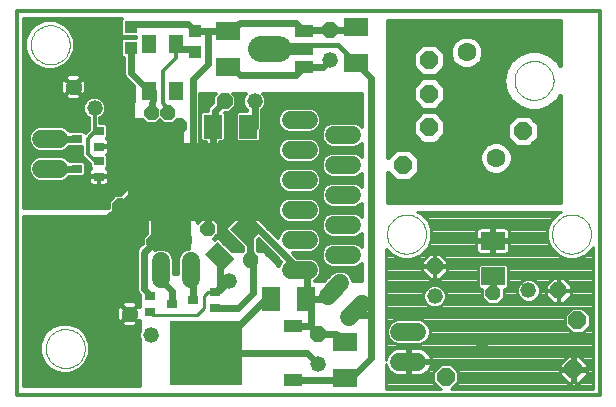
<source format=gbl>
G75*
%MOIN*%
%OFA0B0*%
%FSLAX24Y24*%
%IPPOS*%
%LPD*%
%AMOC8*
5,1,8,0,0,1.08239X$1,22.5*
%
%ADD10C,0.0125*%
%ADD11R,0.4500X0.2625*%
%ADD12R,0.0591X0.0787*%
%ADD13R,0.0354X0.0276*%
%ADD14R,0.0425X0.0413*%
%ADD15R,0.2441X0.2126*%
%ADD16R,0.0630X0.0394*%
%ADD17R,0.0591X0.0394*%
%ADD18R,0.0787X0.0394*%
%ADD19C,0.0866*%
%ADD20R,0.0787X0.0591*%
%ADD21R,0.0400X0.0400*%
%ADD22C,0.0104*%
%ADD23C,0.0520*%
%ADD24OC8,0.0520*%
%ADD25C,0.0600*%
%ADD26R,0.0512X0.0630*%
%ADD27C,0.0000*%
%ADD28OC8,0.0630*%
%ADD29C,0.0630*%
%ADD30C,0.0126*%
%ADD31OC8,0.0600*%
%ADD32C,0.0110*%
%ADD33C,0.0240*%
%ADD34OC8,0.0500*%
%ADD35C,0.0160*%
%ADD36R,0.0500X0.0500*%
D10*
X000653Y001298D02*
X000653Y014098D01*
X020088Y014098D01*
X020088Y001298D01*
X000653Y001298D01*
X000903Y001598D02*
X000903Y007248D01*
X003653Y007248D01*
X003760Y007350D01*
X003792Y007350D01*
X003900Y007459D01*
X004290Y007848D01*
X004998Y007848D01*
X004998Y006682D01*
X004868Y006552D01*
X004868Y006368D01*
X004697Y006198D01*
X004660Y006109D01*
X004660Y004800D01*
X004697Y004711D01*
X004778Y004630D01*
X004778Y004258D01*
X004735Y004300D01*
X004449Y004014D01*
X004424Y004039D01*
X004400Y004014D01*
X004424Y003989D01*
X004138Y003703D01*
X004249Y003592D01*
X004599Y003592D01*
X004711Y003703D01*
X004424Y003989D01*
X004449Y004014D01*
X004735Y003728D01*
X004778Y003770D01*
X004778Y003453D01*
X004749Y003383D01*
X004749Y003231D01*
X004778Y003161D01*
X004778Y001598D01*
X000903Y001598D01*
X000903Y001668D02*
X004778Y001668D01*
X004778Y001792D02*
X000903Y001792D01*
X000903Y001915D02*
X004778Y001915D01*
X004778Y002039D02*
X002470Y002039D01*
X002443Y002028D02*
X002749Y002155D01*
X002749Y002155D01*
X002984Y002389D01*
X003110Y002695D01*
X003110Y003026D01*
X002984Y003332D01*
X002749Y003566D01*
X002443Y003693D01*
X002112Y003693D01*
X001806Y003566D01*
X001572Y003332D01*
X001445Y003026D01*
X001445Y002695D01*
X001572Y002389D01*
X001572Y002389D01*
X001806Y002155D01*
X002112Y002028D01*
X002320Y002028D01*
X002443Y002028D01*
X002443Y002028D01*
X002757Y002162D02*
X004778Y002162D01*
X004778Y002286D02*
X002881Y002286D01*
X002984Y002389D02*
X002984Y002389D01*
X002992Y002409D02*
X004778Y002409D01*
X004778Y002533D02*
X003043Y002533D01*
X003094Y002656D02*
X004778Y002656D01*
X004778Y002780D02*
X003110Y002780D01*
X003110Y002903D02*
X004778Y002903D01*
X004778Y003027D02*
X003110Y003027D01*
X003059Y003150D02*
X004778Y003150D01*
X004749Y003274D02*
X003008Y003274D01*
X002984Y003332D02*
X002984Y003332D01*
X002918Y003397D02*
X004755Y003397D01*
X004778Y003521D02*
X002795Y003521D01*
X002749Y003566D02*
X002749Y003566D01*
X002561Y003644D02*
X004196Y003644D01*
X004113Y003728D02*
X004002Y003839D01*
X004002Y004189D01*
X004113Y004300D01*
X004400Y004014D01*
X004113Y003728D01*
X004073Y003768D02*
X000903Y003768D01*
X000903Y003891D02*
X004002Y003891D01*
X004002Y004015D02*
X000903Y004015D01*
X000903Y004138D02*
X004002Y004138D01*
X004075Y004262D02*
X000903Y004262D01*
X000903Y004385D02*
X004198Y004385D01*
X004249Y004437D02*
X004138Y004325D01*
X004424Y004039D01*
X004711Y004325D01*
X004599Y004437D01*
X004249Y004437D01*
X004201Y004262D02*
X004152Y004262D01*
X004275Y004138D02*
X004325Y004138D01*
X004399Y004015D02*
X004401Y004015D01*
X004448Y004015D02*
X004450Y004015D01*
X004522Y003891D02*
X004572Y003891D01*
X004646Y003768D02*
X004695Y003768D01*
X004776Y003768D02*
X004778Y003768D01*
X004778Y003644D02*
X004652Y003644D01*
X004327Y003891D02*
X004277Y003891D01*
X004203Y003768D02*
X004154Y003768D01*
X004524Y004138D02*
X004574Y004138D01*
X004648Y004262D02*
X004697Y004262D01*
X004774Y004262D02*
X004778Y004262D01*
X004778Y004385D02*
X004650Y004385D01*
X004778Y004509D02*
X000903Y004509D01*
X000903Y004632D02*
X004775Y004632D01*
X004679Y004756D02*
X000903Y004756D01*
X000903Y004879D02*
X004660Y004879D01*
X004660Y005003D02*
X000903Y005003D01*
X000903Y005126D02*
X004660Y005126D01*
X004660Y005250D02*
X000903Y005250D01*
X000903Y005373D02*
X004660Y005373D01*
X004660Y005497D02*
X000903Y005497D01*
X000903Y005620D02*
X004660Y005620D01*
X004660Y005744D02*
X000903Y005744D01*
X000903Y005867D02*
X004660Y005867D01*
X004660Y005991D02*
X000903Y005991D01*
X000903Y006114D02*
X004663Y006114D01*
X004737Y006238D02*
X000903Y006238D01*
X000903Y006361D02*
X004861Y006361D01*
X004868Y006485D02*
X000903Y006485D01*
X000903Y006608D02*
X004924Y006608D01*
X004998Y006732D02*
X000903Y006732D01*
X000903Y006855D02*
X004998Y006855D01*
X004998Y006979D02*
X000903Y006979D01*
X000903Y007102D02*
X004998Y007102D01*
X004998Y007226D02*
X000903Y007226D01*
X000903Y007535D02*
X000903Y013848D01*
X004153Y013848D01*
X004130Y013825D01*
X004130Y013310D01*
X004202Y013238D01*
X004630Y013238D01*
X004629Y013208D01*
X004202Y013208D01*
X004130Y013136D01*
X004130Y012621D01*
X004202Y012549D01*
X004223Y012549D01*
X004223Y011997D01*
X004260Y011908D01*
X004570Y011598D01*
X004528Y010473D01*
X004876Y010473D01*
X004999Y010350D01*
X005307Y010350D01*
X005430Y010473D01*
X005439Y010473D01*
X005561Y010350D01*
X005870Y010350D01*
X005992Y010473D01*
X006090Y010473D01*
X006090Y009192D01*
X006078Y009199D01*
X006037Y009210D01*
X005853Y009210D01*
X005853Y009170D01*
X005838Y009170D01*
X005838Y009411D01*
X005766Y009483D01*
X005165Y009483D01*
X005093Y009411D01*
X005093Y008810D01*
X005165Y008738D01*
X005362Y008738D01*
X005215Y008590D01*
X004792Y008590D01*
X004703Y008554D01*
X004120Y007970D01*
X003936Y007970D01*
X003718Y007752D01*
X003718Y007538D01*
X003715Y007535D01*
X000903Y007535D01*
X000903Y007596D02*
X003718Y007596D01*
X003718Y007720D02*
X000903Y007720D01*
X000903Y007843D02*
X003809Y007843D01*
X003933Y007967D02*
X000903Y007967D01*
X000903Y008090D02*
X004240Y008090D01*
X004363Y008214D02*
X000903Y008214D01*
X000903Y008337D02*
X003112Y008337D01*
X003125Y008324D02*
X003162Y008303D01*
X003203Y008292D01*
X003396Y008292D01*
X003396Y008586D01*
X003408Y008586D01*
X003408Y008598D01*
X003742Y008598D01*
X003742Y008751D01*
X003730Y008793D01*
X003709Y008830D01*
X003679Y008860D01*
X003658Y008872D01*
X003702Y008915D01*
X003702Y009292D01*
X003673Y009321D01*
X003679Y009324D01*
X003709Y009354D01*
X003730Y009392D01*
X003742Y009433D01*
X003742Y009586D01*
X003408Y009586D01*
X003408Y009598D01*
X003742Y009598D01*
X003742Y009751D01*
X003730Y009793D01*
X003709Y009830D01*
X003679Y009860D01*
X003658Y009872D01*
X003702Y009915D01*
X003702Y010292D01*
X003630Y010364D01*
X003441Y010364D01*
X003441Y010532D01*
X003473Y010545D01*
X003581Y010653D01*
X003639Y010793D01*
X003639Y010945D01*
X003581Y011086D01*
X003473Y011194D01*
X003333Y011252D01*
X003180Y011252D01*
X003040Y011194D01*
X002932Y011086D01*
X002874Y010945D01*
X002874Y010793D01*
X002932Y010653D01*
X003040Y010545D01*
X003071Y010532D01*
X003071Y010153D01*
X002954Y010035D01*
X002954Y010036D01*
X002882Y010108D01*
X002426Y010108D01*
X002421Y010103D01*
X002317Y010206D01*
X002162Y010270D01*
X001394Y010270D01*
X001239Y010206D01*
X001120Y010087D01*
X001055Y009932D01*
X001055Y009764D01*
X001120Y009609D01*
X001239Y009490D01*
X001394Y009425D01*
X002162Y009425D01*
X002317Y009490D01*
X002421Y009593D01*
X002426Y009588D01*
X002843Y009588D01*
X002843Y009271D01*
X002951Y009163D01*
X003102Y009012D01*
X003102Y008915D01*
X003146Y008872D01*
X003125Y008860D01*
X003095Y008830D01*
X003073Y008793D01*
X003062Y008751D01*
X003062Y008598D01*
X003395Y008598D01*
X003395Y008586D01*
X003062Y008586D01*
X003062Y008433D01*
X003073Y008392D01*
X003095Y008354D01*
X003125Y008324D01*
X003062Y008461D02*
X002248Y008461D01*
X002317Y008490D02*
X002421Y008593D01*
X002426Y008588D01*
X002882Y008588D01*
X002954Y008659D01*
X002954Y009036D01*
X002882Y009108D01*
X002426Y009108D01*
X002421Y009103D01*
X002317Y009206D01*
X002162Y009270D01*
X001394Y009270D01*
X001239Y009206D01*
X001120Y009087D01*
X001055Y008932D01*
X001055Y008764D01*
X001120Y008609D01*
X001239Y008490D01*
X001394Y008425D01*
X002162Y008425D01*
X002317Y008490D01*
X002412Y008584D02*
X003062Y008584D01*
X003062Y008708D02*
X002954Y008708D01*
X002954Y008831D02*
X003097Y008831D01*
X003102Y008955D02*
X002954Y008955D01*
X002912Y009078D02*
X003036Y009078D01*
X002912Y009202D02*
X002321Y009202D01*
X002219Y009449D02*
X002843Y009449D01*
X002843Y009572D02*
X002400Y009572D01*
X002653Y009348D02*
X001028Y009348D01*
X000903Y009325D02*
X002843Y009325D01*
X003028Y009348D02*
X003028Y009848D01*
X003284Y010104D01*
X003402Y010104D01*
X003256Y010104D01*
X003256Y010869D01*
X003594Y010684D02*
X004536Y010684D01*
X004540Y010807D02*
X003639Y010807D01*
X003639Y010931D02*
X004545Y010931D01*
X004549Y011054D02*
X003594Y011054D01*
X003489Y011178D02*
X004554Y011178D01*
X004559Y011301D02*
X002872Y011301D01*
X002860Y011290D02*
X002972Y011401D01*
X002972Y011752D01*
X002860Y011863D01*
X002574Y011577D01*
X002549Y011601D01*
X002525Y011577D01*
X002238Y011863D01*
X002127Y011752D01*
X002127Y011401D01*
X002238Y011290D01*
X002525Y011577D01*
X002549Y011552D01*
X002263Y011265D01*
X002374Y011154D01*
X002724Y011154D01*
X002836Y011265D01*
X002549Y011552D01*
X002574Y011577D01*
X002860Y011290D01*
X002849Y011301D02*
X002800Y011301D01*
X002748Y011178D02*
X003024Y011178D01*
X002919Y011054D02*
X000903Y011054D01*
X000903Y010931D02*
X002874Y010931D01*
X002874Y010807D02*
X000903Y010807D01*
X000903Y010684D02*
X002919Y010684D01*
X003024Y010560D02*
X000903Y010560D01*
X000903Y010437D02*
X003071Y010437D01*
X003071Y010313D02*
X000903Y010313D01*
X000903Y010190D02*
X001222Y010190D01*
X001111Y010066D02*
X000903Y010066D01*
X000903Y009943D02*
X001060Y009943D01*
X001055Y009819D02*
X000903Y009819D01*
X000903Y009696D02*
X001084Y009696D01*
X001156Y009572D02*
X000903Y009572D01*
X000903Y009449D02*
X001337Y009449D01*
X001234Y009202D02*
X000903Y009202D01*
X000903Y009078D02*
X001116Y009078D01*
X001065Y008955D02*
X000903Y008955D01*
X000903Y008831D02*
X001055Y008831D01*
X001079Y008708D02*
X000903Y008708D01*
X000903Y008584D02*
X001144Y008584D01*
X001308Y008461D02*
X000903Y008461D01*
X003028Y009348D02*
X003272Y009104D01*
X003402Y009104D01*
X003702Y009078D02*
X005093Y009078D01*
X005093Y008955D02*
X003702Y008955D01*
X003707Y008831D02*
X005093Y008831D01*
X005332Y008708D02*
X003742Y008708D01*
X003742Y008586D02*
X003408Y008586D01*
X003408Y008292D01*
X003600Y008292D01*
X003642Y008303D01*
X003679Y008324D01*
X003709Y008354D01*
X003730Y008392D01*
X003742Y008433D01*
X003742Y008586D01*
X003742Y008584D02*
X004778Y008584D01*
X004610Y008461D02*
X003742Y008461D01*
X003692Y008337D02*
X004487Y008337D01*
X004285Y007843D02*
X004998Y007843D01*
X004998Y007720D02*
X004162Y007720D01*
X004038Y007596D02*
X004998Y007596D01*
X004998Y007473D02*
X003915Y007473D01*
X003759Y007349D02*
X004998Y007349D01*
X005278Y007349D02*
X006403Y007349D01*
X006403Y007226D02*
X005278Y007226D01*
X005278Y007102D02*
X006403Y007102D01*
X006403Y006979D02*
X005278Y006979D01*
X005278Y006855D02*
X006403Y006855D01*
X006403Y006732D02*
X005278Y006732D01*
X005278Y006608D02*
X006403Y006608D01*
X006403Y006485D02*
X005278Y006485D01*
X005278Y006361D02*
X006403Y006361D01*
X006403Y006238D02*
X005278Y006238D01*
X005278Y006153D02*
X005278Y007738D01*
X005766Y007738D01*
X005838Y007810D01*
X005838Y008025D01*
X006066Y008025D01*
X006079Y008038D01*
X006093Y008038D01*
X006093Y007810D01*
X006165Y007738D01*
X006403Y007738D01*
X006403Y006195D01*
X006381Y006195D01*
X006226Y006131D01*
X006107Y006012D01*
X006043Y005857D01*
X006043Y005348D01*
X005888Y005348D01*
X005888Y005857D01*
X005824Y006012D01*
X005705Y006131D01*
X005549Y006195D01*
X005381Y006195D01*
X005278Y006153D01*
X005721Y006114D02*
X006209Y006114D01*
X006098Y005991D02*
X005832Y005991D01*
X005884Y005867D02*
X006047Y005867D01*
X006043Y005744D02*
X005888Y005744D01*
X005888Y005620D02*
X006043Y005620D01*
X006043Y005497D02*
X005888Y005497D01*
X005888Y005373D02*
X006043Y005373D01*
X007229Y006522D02*
X007257Y006494D01*
X007302Y006540D01*
X007404Y006540D01*
X007846Y006098D01*
X008174Y006098D01*
X008201Y006125D01*
X008201Y006231D01*
X007648Y006784D01*
X007648Y006886D01*
X007991Y007229D01*
X007270Y007950D01*
X007270Y007132D01*
X007400Y007002D01*
X007400Y006694D01*
X007229Y006522D01*
X007315Y006608D02*
X007824Y006608D01*
X007948Y006485D02*
X007459Y006485D01*
X007583Y006361D02*
X008071Y006361D01*
X008195Y006238D02*
X007706Y006238D01*
X007830Y006114D02*
X008191Y006114D01*
X008686Y006125D02*
X008686Y006464D01*
X008721Y006499D01*
X009470Y005750D01*
X009432Y005712D01*
X009390Y005611D01*
X008903Y006098D01*
X008713Y006098D01*
X008686Y006125D01*
X008697Y006114D02*
X009106Y006114D01*
X009010Y005991D02*
X009229Y005991D01*
X009133Y005867D02*
X009353Y005867D01*
X009257Y005744D02*
X009464Y005744D01*
X009394Y005620D02*
X009380Y005620D01*
X009856Y006050D02*
X010474Y006050D01*
X010630Y006115D01*
X010749Y006234D01*
X010813Y006389D01*
X010813Y006557D01*
X010749Y006712D01*
X010630Y006831D01*
X010474Y006895D01*
X009706Y006895D01*
X009551Y006831D01*
X009432Y006712D01*
X009368Y006557D01*
X009368Y006538D01*
X007442Y008464D01*
X007442Y009732D01*
X007546Y009732D01*
X007618Y009804D01*
X007618Y010692D01*
X007595Y010715D01*
X007749Y010715D01*
X007973Y010940D01*
X007973Y011256D01*
X007881Y011348D01*
X008299Y011348D01*
X008266Y011315D01*
X008208Y011174D01*
X008208Y011022D01*
X008266Y010881D01*
X008348Y010800D01*
X008348Y010764D01*
X008035Y010764D01*
X007963Y010692D01*
X007963Y009804D01*
X008035Y009732D01*
X008727Y009732D01*
X008799Y009804D01*
X008799Y010117D01*
X008833Y010200D01*
X008833Y010800D01*
X008915Y010881D01*
X008973Y011022D01*
X008973Y011174D01*
X008915Y011315D01*
X008881Y011348D01*
X012153Y011348D01*
X012153Y010258D01*
X012080Y010331D01*
X011924Y010395D01*
X011156Y010395D01*
X011001Y010331D01*
X010882Y010212D01*
X010818Y010057D01*
X010818Y009889D01*
X010882Y009734D01*
X011001Y009615D01*
X011156Y009550D01*
X011924Y009550D01*
X012080Y009615D01*
X012153Y009688D01*
X012153Y009258D01*
X012080Y009331D01*
X011924Y009395D01*
X011156Y009395D01*
X011001Y009331D01*
X010882Y009212D01*
X010818Y009057D01*
X010818Y008889D01*
X010882Y008734D01*
X011001Y008615D01*
X011156Y008550D01*
X011924Y008550D01*
X012080Y008615D01*
X012153Y008688D01*
X012153Y008258D01*
X012080Y008331D01*
X011924Y008395D01*
X011156Y008395D01*
X011001Y008331D01*
X010882Y008212D01*
X010818Y008057D01*
X010818Y007889D01*
X010882Y007734D01*
X011001Y007615D01*
X011156Y007550D01*
X011924Y007550D01*
X012080Y007615D01*
X012153Y007688D01*
X012153Y007258D01*
X012080Y007331D01*
X011924Y007395D01*
X011156Y007395D01*
X011001Y007331D01*
X010882Y007212D01*
X010818Y007057D01*
X010818Y006889D01*
X010882Y006734D01*
X011001Y006615D01*
X011156Y006550D01*
X011924Y006550D01*
X012080Y006615D01*
X012153Y006688D01*
X012153Y006258D01*
X012080Y006331D01*
X011924Y006395D01*
X011156Y006395D01*
X011001Y006331D01*
X010882Y006212D01*
X010818Y006057D01*
X010818Y005889D01*
X010882Y005734D01*
X011001Y005615D01*
X011156Y005550D01*
X011924Y005550D01*
X012080Y005615D01*
X012153Y005688D01*
X012153Y005098D01*
X011871Y005098D01*
X011871Y005123D01*
X011807Y005278D01*
X011688Y005397D01*
X011533Y005461D01*
X011365Y005461D01*
X011210Y005397D01*
X010911Y005098D01*
X010589Y005098D01*
X010630Y005115D01*
X010749Y005234D01*
X010813Y005389D01*
X010813Y005557D01*
X010749Y005712D01*
X010630Y005831D01*
X010474Y005895D01*
X010011Y005895D01*
X009856Y006050D01*
X009915Y005991D02*
X010818Y005991D01*
X010827Y005867D02*
X010542Y005867D01*
X010717Y005744D02*
X010878Y005744D01*
X010787Y005620D02*
X010995Y005620D01*
X010813Y005497D02*
X012153Y005497D01*
X012153Y005620D02*
X012085Y005620D01*
X012153Y005373D02*
X011712Y005373D01*
X011819Y005250D02*
X012153Y005250D01*
X012153Y005126D02*
X011870Y005126D01*
X011186Y005373D02*
X010806Y005373D01*
X010755Y005250D02*
X011063Y005250D01*
X010939Y005126D02*
X010641Y005126D01*
X010629Y006114D02*
X010842Y006114D01*
X010908Y006238D02*
X010750Y006238D01*
X010802Y006361D02*
X011074Y006361D01*
X011016Y006608D02*
X010792Y006608D01*
X010813Y006485D02*
X012153Y006485D01*
X012153Y006608D02*
X012064Y006608D01*
X012006Y006361D02*
X012153Y006361D01*
X012153Y007349D02*
X012035Y007349D01*
X012153Y007473D02*
X010813Y007473D01*
X010813Y007557D02*
X010749Y007712D01*
X010630Y007831D01*
X010474Y007895D01*
X009706Y007895D01*
X009551Y007831D01*
X009432Y007712D01*
X009368Y007557D01*
X009368Y007389D01*
X009432Y007234D01*
X009551Y007115D01*
X009706Y007050D01*
X010474Y007050D01*
X010630Y007115D01*
X010749Y007234D01*
X010813Y007389D01*
X010813Y007557D01*
X010797Y007596D02*
X011045Y007596D01*
X010896Y007720D02*
X010741Y007720D01*
X010837Y007843D02*
X010600Y007843D01*
X010474Y008050D02*
X010630Y008115D01*
X010749Y008234D01*
X010813Y008389D01*
X010813Y008557D01*
X010749Y008712D01*
X010630Y008831D01*
X010474Y008895D01*
X009706Y008895D01*
X009551Y008831D01*
X009432Y008712D01*
X009368Y008557D01*
X009368Y008389D01*
X009432Y008234D01*
X009551Y008115D01*
X009706Y008050D01*
X010474Y008050D01*
X010571Y008090D02*
X010832Y008090D01*
X010818Y007967D02*
X007939Y007967D01*
X007816Y008090D02*
X009610Y008090D01*
X009452Y008214D02*
X007692Y008214D01*
X007569Y008337D02*
X009389Y008337D01*
X009368Y008461D02*
X007445Y008461D01*
X007442Y008584D02*
X009379Y008584D01*
X009430Y008708D02*
X007442Y008708D01*
X007442Y008831D02*
X009552Y008831D01*
X009639Y009078D02*
X007442Y009078D01*
X007442Y008955D02*
X010818Y008955D01*
X010827Y009078D02*
X010542Y009078D01*
X010474Y009050D02*
X010630Y009115D01*
X010749Y009234D01*
X010813Y009389D01*
X010813Y009557D01*
X010749Y009712D01*
X010630Y009831D01*
X010474Y009895D01*
X009706Y009895D01*
X009551Y009831D01*
X009432Y009712D01*
X009368Y009557D01*
X009368Y009389D01*
X009432Y009234D01*
X009551Y009115D01*
X009706Y009050D01*
X010474Y009050D01*
X010717Y009202D02*
X010878Y009202D01*
X010787Y009325D02*
X010995Y009325D01*
X010813Y009449D02*
X012153Y009449D01*
X012153Y009572D02*
X011978Y009572D01*
X012085Y009325D02*
X012153Y009325D01*
X012153Y008584D02*
X012007Y008584D01*
X012153Y008461D02*
X010813Y008461D01*
X010802Y008584D02*
X011074Y008584D01*
X010908Y008708D02*
X010750Y008708D01*
X010842Y008831D02*
X010629Y008831D01*
X010792Y008337D02*
X011016Y008337D01*
X010884Y008214D02*
X010729Y008214D01*
X010797Y007349D02*
X011045Y007349D01*
X010896Y007226D02*
X010741Y007226D01*
X010837Y007102D02*
X010600Y007102D01*
X010571Y006855D02*
X010832Y006855D01*
X010818Y006979D02*
X008927Y006979D01*
X008804Y007102D02*
X009581Y007102D01*
X009440Y007226D02*
X008680Y007226D01*
X008557Y007349D02*
X009384Y007349D01*
X009368Y007473D02*
X008433Y007473D01*
X008310Y007596D02*
X009384Y007596D01*
X009440Y007720D02*
X008186Y007720D01*
X008063Y007843D02*
X009581Y007843D01*
X009610Y006855D02*
X009051Y006855D01*
X009174Y006732D02*
X009452Y006732D01*
X009389Y006608D02*
X009298Y006608D01*
X008982Y006238D02*
X008686Y006238D01*
X008686Y006361D02*
X008859Y006361D01*
X008735Y006485D02*
X008707Y006485D01*
X007865Y007102D02*
X007300Y007102D01*
X007270Y007226D02*
X007988Y007226D01*
X007871Y007349D02*
X007270Y007349D01*
X007270Y007473D02*
X007747Y007473D01*
X007624Y007596D02*
X007270Y007596D01*
X007270Y007720D02*
X007500Y007720D01*
X007377Y007843D02*
X007270Y007843D01*
X006785Y007757D02*
X006785Y007132D01*
X006702Y007049D01*
X006653Y007098D01*
X006653Y007738D01*
X006766Y007738D01*
X006785Y007757D01*
X006785Y007720D02*
X006653Y007720D01*
X006653Y007596D02*
X006785Y007596D01*
X006785Y007473D02*
X006653Y007473D01*
X006653Y007349D02*
X006785Y007349D01*
X006785Y007226D02*
X006653Y007226D01*
X006653Y007102D02*
X006756Y007102D01*
X006403Y007473D02*
X005278Y007473D01*
X005278Y007596D02*
X006403Y007596D01*
X006403Y007720D02*
X005278Y007720D01*
X005838Y007843D02*
X006093Y007843D01*
X006093Y007967D02*
X005838Y007967D01*
X006653Y008590D02*
X006957Y008590D01*
X006957Y009732D01*
X006854Y009732D01*
X006782Y009804D01*
X006782Y010692D01*
X006854Y010764D01*
X007035Y010764D01*
X007035Y010834D01*
X007072Y010923D01*
X007141Y010991D01*
X007208Y011058D01*
X007208Y011256D01*
X007299Y011348D01*
X006770Y011348D01*
X006770Y009479D01*
X006838Y009411D01*
X006838Y009006D01*
X006858Y008985D01*
X006895Y008896D01*
X006895Y008800D01*
X006858Y008711D01*
X006790Y008642D01*
X006701Y008605D01*
X006666Y008605D01*
X006653Y008593D01*
X006653Y008590D01*
X006856Y008708D02*
X006957Y008708D01*
X006957Y008831D02*
X006895Y008831D01*
X006871Y008955D02*
X006957Y008955D01*
X006957Y009078D02*
X006838Y009078D01*
X006838Y009202D02*
X006957Y009202D01*
X006957Y009325D02*
X006838Y009325D01*
X006800Y009449D02*
X006957Y009449D01*
X006957Y009572D02*
X006770Y009572D01*
X006770Y009696D02*
X006957Y009696D01*
X006782Y009819D02*
X006770Y009819D01*
X006770Y009943D02*
X006782Y009943D01*
X006770Y010066D02*
X006782Y010066D01*
X006770Y010190D02*
X006782Y010190D01*
X006770Y010313D02*
X006782Y010313D01*
X006770Y010437D02*
X006782Y010437D01*
X006770Y010560D02*
X006782Y010560D01*
X006770Y010684D02*
X006782Y010684D01*
X006770Y010807D02*
X007035Y010807D01*
X007080Y010931D02*
X006770Y010931D01*
X006770Y011054D02*
X007204Y011054D01*
X007208Y011178D02*
X006770Y011178D01*
X006770Y011301D02*
X007253Y011301D01*
X007928Y011301D02*
X008261Y011301D01*
X008210Y011178D02*
X007973Y011178D01*
X007973Y011054D02*
X008208Y011054D01*
X008246Y010931D02*
X007964Y010931D01*
X007841Y010807D02*
X008340Y010807D01*
X007963Y010684D02*
X007618Y010684D01*
X007618Y010560D02*
X007963Y010560D01*
X007963Y010437D02*
X007618Y010437D01*
X007618Y010313D02*
X007963Y010313D01*
X007963Y010190D02*
X007618Y010190D01*
X007618Y010066D02*
X007963Y010066D01*
X007963Y009943D02*
X007618Y009943D01*
X007618Y009819D02*
X007963Y009819D01*
X007442Y009696D02*
X009425Y009696D01*
X009374Y009572D02*
X007442Y009572D01*
X007442Y009449D02*
X009368Y009449D01*
X009394Y009325D02*
X007442Y009325D01*
X007442Y009202D02*
X009464Y009202D01*
X009539Y009819D02*
X008799Y009819D01*
X008799Y009943D02*
X010818Y009943D01*
X010822Y010066D02*
X010513Y010066D01*
X010474Y010050D02*
X010630Y010115D01*
X010749Y010234D01*
X010813Y010389D01*
X010813Y010557D01*
X010749Y010712D01*
X010630Y010831D01*
X010474Y010895D01*
X009706Y010895D01*
X009551Y010831D01*
X009432Y010712D01*
X009368Y010557D01*
X009368Y010389D01*
X009432Y010234D01*
X009551Y010115D01*
X009706Y010050D01*
X010474Y010050D01*
X010705Y010190D02*
X010873Y010190D01*
X010782Y010313D02*
X010983Y010313D01*
X010813Y010437D02*
X012153Y010437D01*
X012153Y010560D02*
X010811Y010560D01*
X010760Y010684D02*
X012153Y010684D01*
X012153Y010807D02*
X010653Y010807D01*
X009527Y010807D02*
X008841Y010807D01*
X008833Y010684D02*
X009420Y010684D01*
X009369Y010560D02*
X008833Y010560D01*
X008833Y010437D02*
X009368Y010437D01*
X009399Y010313D02*
X008833Y010313D01*
X008829Y010190D02*
X009476Y010190D01*
X009668Y010066D02*
X008799Y010066D01*
X008935Y010931D02*
X012153Y010931D01*
X012153Y011054D02*
X008973Y011054D01*
X008971Y011178D02*
X012153Y011178D01*
X012153Y011301D02*
X008920Y011301D01*
X010641Y009819D02*
X010847Y009819D01*
X010920Y009696D02*
X010755Y009696D01*
X010806Y009572D02*
X011103Y009572D01*
X012097Y010313D02*
X012153Y010313D01*
X012153Y008337D02*
X012064Y008337D01*
X012036Y007596D02*
X012153Y007596D01*
X010884Y006732D02*
X010729Y006732D01*
X007741Y006979D02*
X007400Y006979D01*
X007400Y006855D02*
X007648Y006855D01*
X007701Y006732D02*
X007400Y006732D01*
X006090Y009202D02*
X006068Y009202D01*
X006090Y009325D02*
X005838Y009325D01*
X005838Y009202D02*
X005853Y009202D01*
X005800Y009449D02*
X006090Y009449D01*
X006090Y009572D02*
X003742Y009572D01*
X003742Y009449D02*
X005131Y009449D01*
X005093Y009325D02*
X003680Y009325D01*
X003702Y009202D02*
X005093Y009202D01*
X006090Y009696D02*
X003742Y009696D01*
X003715Y009819D02*
X006090Y009819D01*
X006090Y009943D02*
X003702Y009943D01*
X003702Y010066D02*
X006090Y010066D01*
X006090Y010190D02*
X003702Y010190D01*
X003680Y010313D02*
X006090Y010313D01*
X006090Y010437D02*
X005956Y010437D01*
X005715Y010723D02*
X005715Y010848D01*
X005528Y011035D01*
X005528Y012098D01*
X005981Y012551D01*
X005981Y013010D01*
X004372Y011795D02*
X002928Y011795D01*
X002972Y011672D02*
X004496Y011672D01*
X004568Y011548D02*
X002972Y011548D01*
X002972Y011425D02*
X004563Y011425D01*
X004255Y011919D02*
X002804Y011919D01*
X002836Y011888D02*
X002724Y011999D01*
X002374Y011999D01*
X002263Y011888D01*
X002549Y011601D01*
X002836Y011888D01*
X002793Y011795D02*
X002744Y011795D01*
X002670Y011672D02*
X002620Y011672D01*
X002602Y011548D02*
X002553Y011548D01*
X002546Y011548D02*
X002497Y011548D01*
X002479Y011672D02*
X002429Y011672D01*
X002355Y011795D02*
X002306Y011795D01*
X002294Y011919D02*
X000903Y011919D01*
X000903Y012042D02*
X004223Y012042D01*
X004223Y012166D02*
X001975Y012166D01*
X001943Y012153D02*
X002249Y012280D01*
X002249Y012280D01*
X002484Y012514D01*
X002610Y012820D01*
X002610Y013151D01*
X002484Y013457D01*
X002249Y013691D01*
X001943Y013818D01*
X001612Y013818D01*
X001306Y013691D01*
X001072Y013457D01*
X000945Y013151D01*
X000945Y012820D01*
X001072Y012514D01*
X001072Y012514D01*
X001306Y012280D01*
X001612Y012153D01*
X001820Y012153D01*
X001943Y012153D01*
X001943Y012153D01*
X002259Y012289D02*
X004223Y012289D01*
X004223Y012413D02*
X002383Y012413D01*
X002484Y012514D02*
X002484Y012514D01*
X002493Y012536D02*
X004223Y012536D01*
X004130Y012660D02*
X002544Y012660D01*
X002595Y012783D02*
X004130Y012783D01*
X004130Y012907D02*
X002610Y012907D01*
X002610Y013030D02*
X004130Y013030D01*
X004148Y013154D02*
X002609Y013154D01*
X002558Y013277D02*
X004163Y013277D01*
X004130Y013401D02*
X002507Y013401D01*
X002484Y013457D02*
X002484Y013457D01*
X002416Y013524D02*
X004130Y013524D01*
X004130Y013648D02*
X002293Y013648D01*
X002249Y013691D02*
X002249Y013691D01*
X002056Y013771D02*
X004130Y013771D01*
X002171Y011795D02*
X000903Y011795D01*
X000903Y011672D02*
X002127Y011672D01*
X002127Y011548D02*
X000903Y011548D01*
X000903Y011425D02*
X002127Y011425D01*
X002227Y011301D02*
X000903Y011301D01*
X000903Y011178D02*
X002350Y011178D01*
X002299Y011301D02*
X002250Y011301D01*
X002373Y011425D02*
X002423Y011425D01*
X002676Y011425D02*
X002726Y011425D01*
X003488Y010560D02*
X004531Y010560D01*
X004912Y010437D02*
X003441Y010437D01*
X003071Y010190D02*
X002333Y010190D01*
X002924Y010066D02*
X002985Y010066D01*
X003396Y010098D02*
X003402Y010104D01*
X003396Y008584D02*
X003408Y008584D01*
X003396Y008461D02*
X003408Y008461D01*
X003396Y008337D02*
X003408Y008337D01*
X005394Y010437D02*
X005475Y010437D01*
X001581Y012166D02*
X000903Y012166D01*
X000903Y012289D02*
X001297Y012289D01*
X001306Y012280D02*
X001306Y012280D01*
X001173Y012413D02*
X000903Y012413D01*
X000903Y012536D02*
X001063Y012536D01*
X001012Y012660D02*
X000903Y012660D01*
X000903Y012783D02*
X000960Y012783D01*
X000945Y012907D02*
X000903Y012907D01*
X000903Y013030D02*
X000945Y013030D01*
X000947Y013154D02*
X000903Y013154D01*
X000903Y013277D02*
X000998Y013277D01*
X001049Y013401D02*
X000903Y013401D01*
X000903Y013524D02*
X001140Y013524D01*
X001072Y013457D02*
X001072Y013457D01*
X000903Y013648D02*
X001263Y013648D01*
X001306Y013691D02*
X001306Y013691D01*
X001500Y013771D02*
X000903Y013771D01*
X000903Y003644D02*
X001995Y003644D01*
X001806Y003566D02*
X001806Y003566D01*
X001761Y003521D02*
X000903Y003521D01*
X000903Y003397D02*
X001638Y003397D01*
X001572Y003332D02*
X001572Y003332D01*
X001548Y003274D02*
X000903Y003274D01*
X000903Y003150D02*
X001497Y003150D01*
X001446Y003027D02*
X000903Y003027D01*
X000903Y002903D02*
X001445Y002903D01*
X001445Y002780D02*
X000903Y002780D01*
X000903Y002656D02*
X001461Y002656D01*
X001512Y002533D02*
X000903Y002533D01*
X000903Y002409D02*
X001564Y002409D01*
X001675Y002286D02*
X000903Y002286D01*
X000903Y002162D02*
X001799Y002162D01*
X001806Y002155D02*
X001806Y002155D01*
X002086Y002039D02*
X000903Y002039D01*
D11*
X006590Y008423D03*
D12*
X007200Y010248D03*
X008381Y010248D03*
G36*
X008744Y006697D02*
X008327Y006280D01*
X007772Y006835D01*
X008189Y007252D01*
X008744Y006697D01*
G37*
G36*
X007909Y005861D02*
X007492Y005444D01*
X006937Y005999D01*
X007354Y006416D01*
X007909Y005861D01*
G37*
X009125Y004523D03*
X010306Y004523D03*
D13*
X007277Y004729D03*
X007277Y004217D03*
X006529Y004473D03*
X005839Y004348D03*
X005091Y004604D03*
X005091Y004092D03*
X003402Y008592D03*
X003402Y009104D03*
X003402Y009592D03*
X003402Y010104D03*
X002654Y009848D03*
X002654Y008848D03*
D14*
X006590Y012753D03*
X006590Y013442D03*
X004465Y013567D03*
X004465Y012878D03*
D15*
X006981Y002723D03*
D16*
X009855Y003621D03*
X009855Y001825D03*
D17*
X010245Y012258D03*
X010245Y013438D03*
D18*
X010145Y012848D03*
D19*
X009390Y012848D02*
X008800Y012848D01*
D20*
X007715Y013439D03*
X007715Y012257D03*
X011965Y012382D03*
X011965Y013564D03*
X016528Y006451D03*
X016528Y005270D03*
X011590Y003064D03*
X011590Y001882D03*
D21*
X005815Y008348D03*
X005815Y008348D03*
X006315Y008598D03*
X006315Y008598D03*
X005815Y008848D03*
X005815Y008848D03*
D22*
X002515Y011732D02*
X002463Y011784D01*
X002635Y011784D01*
X002756Y011663D01*
X002756Y011491D01*
X002635Y011370D01*
X002463Y011370D01*
X002342Y011491D01*
X002342Y011663D01*
X002463Y011784D01*
X002495Y011706D01*
X002603Y011706D01*
X002678Y011631D01*
X002678Y011523D01*
X002603Y011448D01*
X002495Y011448D01*
X002420Y011523D01*
X002420Y011631D01*
X002495Y011706D01*
X002528Y011628D01*
X002570Y011628D01*
X002600Y011598D01*
X002600Y011556D01*
X002570Y011526D01*
X002528Y011526D01*
X002498Y011556D01*
X002498Y011598D01*
X002528Y011628D01*
X008599Y005861D02*
X008651Y005913D01*
X008651Y005741D01*
X008530Y005620D01*
X008358Y005620D01*
X008237Y005741D01*
X008237Y005913D01*
X008358Y006034D01*
X008530Y006034D01*
X008651Y005913D01*
X008573Y005881D01*
X008573Y005773D01*
X008498Y005698D01*
X008390Y005698D01*
X008315Y005773D01*
X008315Y005881D01*
X008390Y005956D01*
X008498Y005956D01*
X008573Y005881D01*
X008495Y005848D01*
X008495Y005806D01*
X008465Y005776D01*
X008423Y005776D01*
X008393Y005806D01*
X008393Y005848D01*
X008423Y005878D01*
X008465Y005878D01*
X008495Y005848D01*
X004390Y004169D02*
X004338Y004221D01*
X004510Y004221D01*
X004631Y004100D01*
X004631Y003928D01*
X004510Y003807D01*
X004338Y003807D01*
X004217Y003928D01*
X004217Y004100D01*
X004338Y004221D01*
X004370Y004143D01*
X004478Y004143D01*
X004553Y004068D01*
X004553Y003960D01*
X004478Y003885D01*
X004370Y003885D01*
X004295Y003960D01*
X004295Y004068D01*
X004370Y004143D01*
X004403Y004065D01*
X004445Y004065D01*
X004475Y004035D01*
X004475Y003993D01*
X004445Y003963D01*
X004403Y003963D01*
X004373Y003993D01*
X004373Y004035D01*
X004403Y004065D01*
D23*
X005131Y003307D03*
X007737Y005119D03*
X010715Y002348D03*
X014590Y004610D03*
X017715Y004798D03*
X008590Y011098D03*
X011090Y012473D03*
X003256Y010869D03*
D24*
X007590Y011098D03*
X011090Y013473D03*
X014590Y005610D03*
X010715Y003348D03*
X018715Y004798D03*
D25*
X014015Y003423D02*
X013415Y003423D01*
X013415Y002423D02*
X014015Y002423D01*
X012156Y004332D02*
X011732Y003907D01*
X011025Y004614D02*
X011449Y005039D01*
X010390Y005473D02*
X009790Y005473D01*
X009790Y006473D02*
X010390Y006473D01*
X011240Y006973D02*
X011840Y006973D01*
X011840Y005973D02*
X011240Y005973D01*
X010390Y007473D02*
X009790Y007473D01*
X009790Y008473D02*
X010390Y008473D01*
X011240Y008973D02*
X011840Y008973D01*
X011840Y009973D02*
X011240Y009973D01*
X010390Y010473D02*
X009790Y010473D01*
X009790Y009473D02*
X010390Y009473D01*
X011240Y007973D02*
X011840Y007973D01*
X006465Y005773D02*
X006465Y005173D01*
X005465Y005173D02*
X005465Y005773D01*
X002078Y008848D02*
X001478Y008848D01*
X001478Y009848D02*
X002078Y009848D01*
D26*
X005075Y011436D03*
X005981Y011436D03*
X005981Y013010D03*
X005075Y013010D03*
D27*
X001128Y012985D02*
X001130Y013035D01*
X001136Y013085D01*
X001146Y013135D01*
X001159Y013183D01*
X001176Y013231D01*
X001197Y013277D01*
X001221Y013321D01*
X001249Y013363D01*
X001280Y013403D01*
X001314Y013440D01*
X001351Y013475D01*
X001390Y013506D01*
X001431Y013535D01*
X001475Y013560D01*
X001521Y013582D01*
X001568Y013600D01*
X001616Y013614D01*
X001665Y013625D01*
X001715Y013632D01*
X001765Y013635D01*
X001816Y013634D01*
X001866Y013629D01*
X001916Y013620D01*
X001964Y013608D01*
X002012Y013591D01*
X002058Y013571D01*
X002103Y013548D01*
X002146Y013521D01*
X002186Y013491D01*
X002224Y013458D01*
X002259Y013422D01*
X002292Y013383D01*
X002321Y013342D01*
X002347Y013299D01*
X002370Y013254D01*
X002389Y013207D01*
X002404Y013159D01*
X002416Y013110D01*
X002424Y013060D01*
X002428Y013010D01*
X002428Y012960D01*
X002424Y012910D01*
X002416Y012860D01*
X002404Y012811D01*
X002389Y012763D01*
X002370Y012716D01*
X002347Y012671D01*
X002321Y012628D01*
X002292Y012587D01*
X002259Y012548D01*
X002224Y012512D01*
X002186Y012479D01*
X002146Y012449D01*
X002103Y012422D01*
X002058Y012399D01*
X002012Y012379D01*
X001964Y012362D01*
X001916Y012350D01*
X001866Y012341D01*
X001816Y012336D01*
X001765Y012335D01*
X001715Y012338D01*
X001665Y012345D01*
X001616Y012356D01*
X001568Y012370D01*
X001521Y012388D01*
X001475Y012410D01*
X001431Y012435D01*
X001390Y012464D01*
X001351Y012495D01*
X001314Y012530D01*
X001280Y012567D01*
X001249Y012607D01*
X001221Y012649D01*
X001197Y012693D01*
X001176Y012739D01*
X001159Y012787D01*
X001146Y012835D01*
X001136Y012885D01*
X001130Y012935D01*
X001128Y012985D01*
X013003Y006673D02*
X013005Y006723D01*
X013011Y006773D01*
X013021Y006823D01*
X013034Y006871D01*
X013051Y006919D01*
X013072Y006965D01*
X013096Y007009D01*
X013124Y007051D01*
X013155Y007091D01*
X013189Y007128D01*
X013226Y007163D01*
X013265Y007194D01*
X013306Y007223D01*
X013350Y007248D01*
X013396Y007270D01*
X013443Y007288D01*
X013491Y007302D01*
X013540Y007313D01*
X013590Y007320D01*
X013640Y007323D01*
X013691Y007322D01*
X013741Y007317D01*
X013791Y007308D01*
X013839Y007296D01*
X013887Y007279D01*
X013933Y007259D01*
X013978Y007236D01*
X014021Y007209D01*
X014061Y007179D01*
X014099Y007146D01*
X014134Y007110D01*
X014167Y007071D01*
X014196Y007030D01*
X014222Y006987D01*
X014245Y006942D01*
X014264Y006895D01*
X014279Y006847D01*
X014291Y006798D01*
X014299Y006748D01*
X014303Y006698D01*
X014303Y006648D01*
X014299Y006598D01*
X014291Y006548D01*
X014279Y006499D01*
X014264Y006451D01*
X014245Y006404D01*
X014222Y006359D01*
X014196Y006316D01*
X014167Y006275D01*
X014134Y006236D01*
X014099Y006200D01*
X014061Y006167D01*
X014021Y006137D01*
X013978Y006110D01*
X013933Y006087D01*
X013887Y006067D01*
X013839Y006050D01*
X013791Y006038D01*
X013741Y006029D01*
X013691Y006024D01*
X013640Y006023D01*
X013590Y006026D01*
X013540Y006033D01*
X013491Y006044D01*
X013443Y006058D01*
X013396Y006076D01*
X013350Y006098D01*
X013306Y006123D01*
X013265Y006152D01*
X013226Y006183D01*
X013189Y006218D01*
X013155Y006255D01*
X013124Y006295D01*
X013096Y006337D01*
X013072Y006381D01*
X013051Y006427D01*
X013034Y006475D01*
X013021Y006523D01*
X013011Y006573D01*
X013005Y006623D01*
X013003Y006673D01*
X018503Y006673D02*
X018505Y006723D01*
X018511Y006773D01*
X018521Y006823D01*
X018534Y006871D01*
X018551Y006919D01*
X018572Y006965D01*
X018596Y007009D01*
X018624Y007051D01*
X018655Y007091D01*
X018689Y007128D01*
X018726Y007163D01*
X018765Y007194D01*
X018806Y007223D01*
X018850Y007248D01*
X018896Y007270D01*
X018943Y007288D01*
X018991Y007302D01*
X019040Y007313D01*
X019090Y007320D01*
X019140Y007323D01*
X019191Y007322D01*
X019241Y007317D01*
X019291Y007308D01*
X019339Y007296D01*
X019387Y007279D01*
X019433Y007259D01*
X019478Y007236D01*
X019521Y007209D01*
X019561Y007179D01*
X019599Y007146D01*
X019634Y007110D01*
X019667Y007071D01*
X019696Y007030D01*
X019722Y006987D01*
X019745Y006942D01*
X019764Y006895D01*
X019779Y006847D01*
X019791Y006798D01*
X019799Y006748D01*
X019803Y006698D01*
X019803Y006648D01*
X019799Y006598D01*
X019791Y006548D01*
X019779Y006499D01*
X019764Y006451D01*
X019745Y006404D01*
X019722Y006359D01*
X019696Y006316D01*
X019667Y006275D01*
X019634Y006236D01*
X019599Y006200D01*
X019561Y006167D01*
X019521Y006137D01*
X019478Y006110D01*
X019433Y006087D01*
X019387Y006067D01*
X019339Y006050D01*
X019291Y006038D01*
X019241Y006029D01*
X019191Y006024D01*
X019140Y006023D01*
X019090Y006026D01*
X019040Y006033D01*
X018991Y006044D01*
X018943Y006058D01*
X018896Y006076D01*
X018850Y006098D01*
X018806Y006123D01*
X018765Y006152D01*
X018726Y006183D01*
X018689Y006218D01*
X018655Y006255D01*
X018624Y006295D01*
X018596Y006337D01*
X018572Y006381D01*
X018551Y006427D01*
X018534Y006475D01*
X018521Y006523D01*
X018511Y006573D01*
X018505Y006623D01*
X018503Y006673D01*
X017253Y011798D02*
X017255Y011848D01*
X017261Y011898D01*
X017271Y011948D01*
X017284Y011996D01*
X017301Y012044D01*
X017322Y012090D01*
X017346Y012134D01*
X017374Y012176D01*
X017405Y012216D01*
X017439Y012253D01*
X017476Y012288D01*
X017515Y012319D01*
X017556Y012348D01*
X017600Y012373D01*
X017646Y012395D01*
X017693Y012413D01*
X017741Y012427D01*
X017790Y012438D01*
X017840Y012445D01*
X017890Y012448D01*
X017941Y012447D01*
X017991Y012442D01*
X018041Y012433D01*
X018089Y012421D01*
X018137Y012404D01*
X018183Y012384D01*
X018228Y012361D01*
X018271Y012334D01*
X018311Y012304D01*
X018349Y012271D01*
X018384Y012235D01*
X018417Y012196D01*
X018446Y012155D01*
X018472Y012112D01*
X018495Y012067D01*
X018514Y012020D01*
X018529Y011972D01*
X018541Y011923D01*
X018549Y011873D01*
X018553Y011823D01*
X018553Y011773D01*
X018549Y011723D01*
X018541Y011673D01*
X018529Y011624D01*
X018514Y011576D01*
X018495Y011529D01*
X018472Y011484D01*
X018446Y011441D01*
X018417Y011400D01*
X018384Y011361D01*
X018349Y011325D01*
X018311Y011292D01*
X018271Y011262D01*
X018228Y011235D01*
X018183Y011212D01*
X018137Y011192D01*
X018089Y011175D01*
X018041Y011163D01*
X017991Y011154D01*
X017941Y011149D01*
X017890Y011148D01*
X017840Y011151D01*
X017790Y011158D01*
X017741Y011169D01*
X017693Y011183D01*
X017646Y011201D01*
X017600Y011223D01*
X017556Y011248D01*
X017515Y011277D01*
X017476Y011308D01*
X017439Y011343D01*
X017405Y011380D01*
X017374Y011420D01*
X017346Y011462D01*
X017322Y011506D01*
X017301Y011552D01*
X017284Y011600D01*
X017271Y011648D01*
X017261Y011698D01*
X017255Y011748D01*
X017253Y011798D01*
X001628Y002860D02*
X001630Y002910D01*
X001636Y002960D01*
X001646Y003010D01*
X001659Y003058D01*
X001676Y003106D01*
X001697Y003152D01*
X001721Y003196D01*
X001749Y003238D01*
X001780Y003278D01*
X001814Y003315D01*
X001851Y003350D01*
X001890Y003381D01*
X001931Y003410D01*
X001975Y003435D01*
X002021Y003457D01*
X002068Y003475D01*
X002116Y003489D01*
X002165Y003500D01*
X002215Y003507D01*
X002265Y003510D01*
X002316Y003509D01*
X002366Y003504D01*
X002416Y003495D01*
X002464Y003483D01*
X002512Y003466D01*
X002558Y003446D01*
X002603Y003423D01*
X002646Y003396D01*
X002686Y003366D01*
X002724Y003333D01*
X002759Y003297D01*
X002792Y003258D01*
X002821Y003217D01*
X002847Y003174D01*
X002870Y003129D01*
X002889Y003082D01*
X002904Y003034D01*
X002916Y002985D01*
X002924Y002935D01*
X002928Y002885D01*
X002928Y002835D01*
X002924Y002785D01*
X002916Y002735D01*
X002904Y002686D01*
X002889Y002638D01*
X002870Y002591D01*
X002847Y002546D01*
X002821Y002503D01*
X002792Y002462D01*
X002759Y002423D01*
X002724Y002387D01*
X002686Y002354D01*
X002646Y002324D01*
X002603Y002297D01*
X002558Y002274D01*
X002512Y002254D01*
X002464Y002237D01*
X002416Y002225D01*
X002366Y002216D01*
X002316Y002211D01*
X002265Y002210D01*
X002215Y002213D01*
X002165Y002220D01*
X002116Y002231D01*
X002068Y002245D01*
X002021Y002263D01*
X001975Y002285D01*
X001931Y002310D01*
X001890Y002339D01*
X001851Y002370D01*
X001814Y002405D01*
X001780Y002442D01*
X001749Y002482D01*
X001721Y002524D01*
X001697Y002568D01*
X001676Y002614D01*
X001659Y002662D01*
X001646Y002710D01*
X001636Y002760D01*
X001630Y002810D01*
X001628Y002860D01*
D28*
X016653Y012735D03*
D29*
X015653Y012735D03*
X016631Y009214D03*
D30*
X015736Y008466D02*
X015673Y008403D01*
X015673Y008611D01*
X015820Y008758D01*
X016028Y008758D01*
X016175Y008611D01*
X016175Y008403D01*
X016028Y008256D01*
X015820Y008256D01*
X015673Y008403D01*
X015768Y008442D01*
X015768Y008572D01*
X015859Y008663D01*
X015989Y008663D01*
X016080Y008572D01*
X016080Y008442D01*
X015989Y008351D01*
X015859Y008351D01*
X015768Y008442D01*
X015862Y008481D01*
X015862Y008533D01*
X015898Y008569D01*
X015950Y008569D01*
X015986Y008533D01*
X015986Y008481D01*
X015950Y008445D01*
X015898Y008445D01*
X015862Y008481D01*
D31*
X017528Y010110D03*
X016715Y011048D03*
X014403Y011360D03*
X014403Y010235D03*
X013528Y008985D03*
X014403Y012485D03*
X019340Y003798D03*
X019215Y002173D03*
X014965Y001923D03*
D32*
X014678Y001623D02*
X012965Y001623D01*
X012965Y001515D02*
X012965Y002356D01*
X012972Y002316D01*
X012994Y002248D01*
X013026Y002184D01*
X013068Y002127D01*
X013119Y002076D01*
X013177Y002034D01*
X013241Y002001D01*
X013309Y001979D01*
X013380Y001968D01*
X013670Y001968D01*
X013670Y002378D01*
X013760Y002378D01*
X013760Y001968D01*
X014051Y001968D01*
X014122Y001979D01*
X014190Y002001D01*
X014254Y002034D01*
X014312Y002076D01*
X014362Y002127D01*
X014405Y002184D01*
X014437Y002248D01*
X014459Y002316D01*
X014469Y002378D01*
X013760Y002378D01*
X013760Y002468D01*
X013670Y002468D01*
X013670Y002878D01*
X013380Y002878D01*
X013309Y002867D01*
X013241Y002845D01*
X013177Y002812D01*
X013119Y002770D01*
X013068Y002719D01*
X013026Y002661D01*
X012994Y002598D01*
X012972Y002529D01*
X012965Y002490D01*
X012965Y006194D01*
X013186Y005974D01*
X013489Y005848D01*
X013817Y005848D01*
X014120Y005974D01*
X014120Y005974D01*
X014352Y006206D01*
X014478Y006509D01*
X014478Y006837D01*
X014352Y007140D01*
X014352Y007140D01*
X014120Y007372D01*
X013998Y007423D01*
X018808Y007423D01*
X018686Y007372D01*
X018453Y007140D01*
X018328Y006837D01*
X018328Y006509D01*
X018453Y006206D01*
X018453Y006206D01*
X018686Y005974D01*
X018989Y005848D01*
X019317Y005848D01*
X019620Y005974D01*
X019620Y005974D01*
X019852Y006206D01*
X019870Y006249D01*
X019870Y001515D01*
X015145Y001515D01*
X015380Y001751D01*
X015380Y002095D01*
X015137Y002338D01*
X014793Y002338D01*
X014550Y002095D01*
X014550Y001751D01*
X014786Y001515D01*
X012965Y001515D01*
X012965Y001732D02*
X014569Y001732D01*
X014550Y001840D02*
X012965Y001840D01*
X012965Y001949D02*
X014550Y001949D01*
X014550Y002057D02*
X014286Y002057D01*
X014391Y002166D02*
X014621Y002166D01*
X014730Y002274D02*
X014446Y002274D01*
X014469Y002468D02*
X014459Y002529D01*
X014437Y002598D01*
X014405Y002661D01*
X014362Y002719D01*
X014312Y002770D01*
X014254Y002812D01*
X014190Y002845D01*
X014122Y002867D01*
X014051Y002878D01*
X013760Y002878D01*
X013760Y002468D01*
X014469Y002468D01*
X014465Y002491D02*
X018890Y002491D01*
X018782Y002383D02*
X013760Y002383D01*
X013760Y002491D02*
X013670Y002491D01*
X013670Y002600D02*
X013760Y002600D01*
X013760Y002708D02*
X013670Y002708D01*
X013670Y002817D02*
X013760Y002817D01*
X014098Y003008D02*
X013333Y003008D01*
X013180Y003071D01*
X013064Y003188D01*
X013000Y003340D01*
X013000Y003506D01*
X013064Y003658D01*
X013180Y003775D01*
X013333Y003838D01*
X014098Y003838D01*
X014250Y003775D01*
X014367Y003658D01*
X014430Y003506D01*
X014430Y003340D01*
X014367Y003188D01*
X014250Y003071D01*
X014098Y003008D01*
X014161Y003034D02*
X019870Y003034D01*
X019870Y003142D02*
X014322Y003142D01*
X014393Y003251D02*
X019870Y003251D01*
X019870Y003359D02*
X014430Y003359D01*
X014430Y003468D02*
X019083Y003468D01*
X019168Y003383D02*
X018925Y003626D01*
X018925Y003970D01*
X019168Y004213D01*
X019512Y004213D01*
X019755Y003970D01*
X019755Y003626D01*
X019512Y003383D01*
X019168Y003383D01*
X018975Y003576D02*
X014401Y003576D01*
X014340Y003685D02*
X018925Y003685D01*
X018925Y003793D02*
X014205Y003793D01*
X014378Y004293D02*
X014516Y004235D01*
X014665Y004235D01*
X014803Y004293D01*
X014908Y004398D01*
X014965Y004536D01*
X014965Y004685D01*
X014908Y004823D01*
X014803Y004928D01*
X014665Y004985D01*
X014516Y004985D01*
X014378Y004928D01*
X014272Y004823D01*
X014215Y004685D01*
X014215Y004536D01*
X014272Y004398D01*
X014378Y004293D01*
X014335Y004336D02*
X012965Y004336D01*
X012965Y004444D02*
X014253Y004444D01*
X014215Y004553D02*
X012965Y004553D01*
X012965Y004661D02*
X014215Y004661D01*
X014251Y004770D02*
X012965Y004770D01*
X012965Y004878D02*
X014328Y004878D01*
X014418Y005195D02*
X014175Y005439D01*
X014175Y005585D01*
X014565Y005585D01*
X014565Y005635D01*
X014175Y005635D01*
X014175Y005782D01*
X014418Y006025D01*
X014565Y006025D01*
X014565Y005635D01*
X014615Y005635D01*
X015005Y005635D01*
X015005Y005782D01*
X014762Y006025D01*
X014615Y006025D01*
X014615Y005635D01*
X014615Y005585D01*
X014615Y005195D01*
X014762Y005195D01*
X015005Y005439D01*
X015005Y005585D01*
X014615Y005585D01*
X014565Y005585D01*
X014565Y005195D01*
X014418Y005195D01*
X014410Y005204D02*
X012965Y005204D01*
X012965Y005312D02*
X014301Y005312D01*
X014193Y005421D02*
X012965Y005421D01*
X012965Y005529D02*
X014175Y005529D01*
X014175Y005638D02*
X012965Y005638D01*
X012965Y005746D02*
X014175Y005746D01*
X014248Y005855D02*
X013834Y005855D01*
X014096Y005963D02*
X014357Y005963D01*
X014219Y006072D02*
X016004Y006072D01*
X016010Y006061D02*
X016039Y006032D01*
X016074Y006011D01*
X016114Y006001D01*
X016473Y006001D01*
X016473Y006396D01*
X016583Y006396D01*
X016583Y006506D01*
X017077Y006506D01*
X017077Y006767D01*
X017066Y006806D01*
X017046Y006841D01*
X017017Y006870D01*
X016981Y006891D01*
X016942Y006901D01*
X016583Y006901D01*
X016583Y006506D01*
X018329Y006506D01*
X018328Y006614D02*
X017077Y006614D01*
X017077Y006723D02*
X018328Y006723D01*
X018328Y006831D02*
X017051Y006831D01*
X016583Y006831D02*
X016473Y006831D01*
X016473Y006901D02*
X016114Y006901D01*
X016074Y006891D01*
X016039Y006870D01*
X016010Y006841D01*
X015990Y006806D01*
X015979Y006767D01*
X015979Y006506D01*
X016473Y006506D01*
X016473Y006901D01*
X016473Y006723D02*
X016583Y006723D01*
X016583Y006614D02*
X016473Y006614D01*
X016473Y006506D02*
X016583Y006506D01*
X016583Y006397D02*
X018374Y006397D01*
X018419Y006289D02*
X017077Y006289D01*
X017077Y006396D02*
X017077Y006135D01*
X017066Y006096D01*
X017046Y006061D01*
X017017Y006032D01*
X016981Y006011D01*
X016942Y006001D01*
X016583Y006001D01*
X016583Y006396D01*
X017077Y006396D01*
X017077Y006180D02*
X018479Y006180D01*
X018587Y006072D02*
X017052Y006072D01*
X016583Y006072D02*
X016473Y006072D01*
X016473Y006180D02*
X016583Y006180D01*
X016583Y006289D02*
X016473Y006289D01*
X016473Y006396D02*
X015979Y006396D01*
X015979Y006135D01*
X015990Y006096D01*
X016010Y006061D01*
X015979Y006180D02*
X014327Y006180D01*
X014352Y006206D02*
X014352Y006206D01*
X014387Y006289D02*
X015979Y006289D01*
X015979Y006614D02*
X014478Y006614D01*
X014477Y006506D02*
X016473Y006506D01*
X016473Y006396D01*
X016473Y006397D02*
X014432Y006397D01*
X014478Y006723D02*
X015979Y006723D01*
X016004Y006831D02*
X014478Y006831D01*
X014435Y006940D02*
X018371Y006940D01*
X018415Y007048D02*
X014390Y007048D01*
X014336Y007157D02*
X018470Y007157D01*
X018453Y007140D02*
X018453Y007140D01*
X018579Y007265D02*
X014227Y007265D01*
X014120Y007372D02*
X014120Y007372D01*
X014116Y007374D02*
X018689Y007374D01*
X018686Y007372D02*
X018686Y007372D01*
X019852Y006206D02*
X019852Y006206D01*
X019870Y006180D02*
X019827Y006180D01*
X019870Y006072D02*
X019719Y006072D01*
X019596Y005963D02*
X019870Y005963D01*
X019870Y005855D02*
X019334Y005855D01*
X018972Y005855D02*
X014933Y005855D01*
X015005Y005746D02*
X019870Y005746D01*
X019870Y005638D02*
X017011Y005638D01*
X017037Y005613D02*
X016969Y005680D01*
X016087Y005680D01*
X016019Y005613D01*
X016019Y004927D01*
X016087Y004860D01*
X016177Y004860D01*
X016176Y004859D01*
X016176Y004556D01*
X016390Y004342D01*
X016692Y004342D01*
X016906Y004556D01*
X016906Y004859D01*
X016905Y004860D01*
X016969Y004860D01*
X017037Y004927D01*
X017037Y005613D01*
X017037Y005529D02*
X019870Y005529D01*
X019870Y005421D02*
X017037Y005421D01*
X017037Y005312D02*
X019870Y005312D01*
X019870Y005204D02*
X018896Y005204D01*
X018887Y005213D02*
X018740Y005213D01*
X018740Y004823D01*
X018690Y004823D01*
X018690Y004773D01*
X018300Y004773D01*
X018300Y004626D01*
X018543Y004383D01*
X018690Y004383D01*
X018690Y004773D01*
X018740Y004773D01*
X018740Y004383D01*
X018887Y004383D01*
X019130Y004626D01*
X019130Y004773D01*
X018740Y004773D01*
X018740Y004823D01*
X019130Y004823D01*
X019130Y004970D01*
X018887Y005213D01*
X018740Y005204D02*
X018690Y005204D01*
X018690Y005213D02*
X018543Y005213D01*
X018300Y004970D01*
X018300Y004823D01*
X018690Y004823D01*
X018690Y005213D01*
X018690Y005095D02*
X018740Y005095D01*
X018740Y004987D02*
X018690Y004987D01*
X018690Y004878D02*
X018740Y004878D01*
X018740Y004770D02*
X018690Y004770D01*
X018690Y004661D02*
X018740Y004661D01*
X018740Y004553D02*
X018690Y004553D01*
X018690Y004444D02*
X018740Y004444D01*
X018949Y004444D02*
X019870Y004444D01*
X019870Y004336D02*
X014846Y004336D01*
X014928Y004444D02*
X016288Y004444D01*
X016179Y004553D02*
X014965Y004553D01*
X014965Y004661D02*
X016176Y004661D01*
X016176Y004770D02*
X014930Y004770D01*
X014853Y004878D02*
X016068Y004878D01*
X016019Y004987D02*
X012965Y004987D01*
X012965Y005095D02*
X016019Y005095D01*
X016019Y005204D02*
X014771Y005204D01*
X014879Y005312D02*
X016019Y005312D01*
X016019Y005421D02*
X014988Y005421D01*
X015005Y005529D02*
X016019Y005529D01*
X016044Y005638D02*
X015005Y005638D01*
X014824Y005963D02*
X018710Y005963D01*
X018686Y005974D02*
X018686Y005974D01*
X018535Y005204D02*
X017037Y005204D01*
X017037Y005095D02*
X017483Y005095D01*
X017503Y005116D02*
X017397Y005010D01*
X017340Y004873D01*
X017340Y004723D01*
X017397Y004586D01*
X017503Y004480D01*
X017641Y004423D01*
X017790Y004423D01*
X017928Y004480D01*
X018033Y004586D01*
X018090Y004723D01*
X018090Y004873D01*
X018033Y005010D01*
X017928Y005116D01*
X017790Y005173D01*
X017641Y005173D01*
X017503Y005116D01*
X017388Y004987D02*
X017037Y004987D01*
X016988Y004878D02*
X017343Y004878D01*
X017340Y004770D02*
X016906Y004770D01*
X016906Y004661D02*
X017366Y004661D01*
X017430Y004553D02*
X016903Y004553D01*
X016794Y004444D02*
X017589Y004444D01*
X017842Y004444D02*
X018482Y004444D01*
X018373Y004553D02*
X018001Y004553D01*
X018065Y004661D02*
X018300Y004661D01*
X018300Y004770D02*
X018090Y004770D01*
X018088Y004878D02*
X018300Y004878D01*
X018318Y004987D02*
X018043Y004987D01*
X017948Y005095D02*
X018426Y005095D01*
X019005Y005095D02*
X019870Y005095D01*
X019870Y004987D02*
X019113Y004987D01*
X019130Y004878D02*
X019870Y004878D01*
X019870Y004770D02*
X019130Y004770D01*
X019130Y004661D02*
X019870Y004661D01*
X019870Y004553D02*
X019057Y004553D01*
X019074Y004119D02*
X012965Y004119D01*
X012965Y004227D02*
X019870Y004227D01*
X019870Y004119D02*
X019606Y004119D01*
X019715Y004010D02*
X019870Y004010D01*
X019870Y003902D02*
X019755Y003902D01*
X019755Y003793D02*
X019870Y003793D01*
X019870Y003685D02*
X019755Y003685D01*
X019706Y003576D02*
X019870Y003576D01*
X019870Y003468D02*
X019597Y003468D01*
X019870Y002925D02*
X012965Y002925D01*
X012965Y002817D02*
X013186Y002817D01*
X013060Y002708D02*
X012965Y002708D01*
X012965Y002600D02*
X012995Y002600D01*
X012966Y002491D02*
X012965Y002491D01*
X012965Y002274D02*
X012985Y002274D01*
X012965Y002166D02*
X013040Y002166D01*
X012965Y002057D02*
X013144Y002057D01*
X013670Y002057D02*
X013760Y002057D01*
X013760Y002166D02*
X013670Y002166D01*
X013670Y002274D02*
X013760Y002274D01*
X014244Y002817D02*
X019870Y002817D01*
X019870Y002708D02*
X014370Y002708D01*
X014436Y002600D02*
X018999Y002600D01*
X019027Y002628D02*
X018760Y002361D01*
X018760Y002218D01*
X019170Y002218D01*
X019170Y002128D01*
X018760Y002128D01*
X018760Y001984D01*
X019027Y001718D01*
X019170Y001718D01*
X019170Y002128D01*
X019260Y002128D01*
X019260Y001718D01*
X019404Y001718D01*
X019670Y001984D01*
X019670Y002128D01*
X019260Y002128D01*
X019260Y002218D01*
X019170Y002218D01*
X019170Y002628D01*
X019027Y002628D01*
X019170Y002600D02*
X019260Y002600D01*
X019260Y002628D02*
X019404Y002628D01*
X019670Y002361D01*
X019670Y002218D01*
X019260Y002218D01*
X019260Y002628D01*
X019260Y002491D02*
X019170Y002491D01*
X019170Y002383D02*
X019260Y002383D01*
X019260Y002274D02*
X019170Y002274D01*
X019170Y002166D02*
X015309Y002166D01*
X015380Y002057D02*
X018760Y002057D01*
X018796Y001949D02*
X015380Y001949D01*
X015380Y001840D02*
X018904Y001840D01*
X019013Y001732D02*
X015361Y001732D01*
X015253Y001623D02*
X019870Y001623D01*
X019870Y001732D02*
X019418Y001732D01*
X019526Y001840D02*
X019870Y001840D01*
X019870Y001949D02*
X019635Y001949D01*
X019670Y002057D02*
X019870Y002057D01*
X019870Y002166D02*
X019260Y002166D01*
X019260Y002057D02*
X019170Y002057D01*
X019170Y001949D02*
X019260Y001949D01*
X019260Y001840D02*
X019170Y001840D01*
X019170Y001732D02*
X019260Y001732D01*
X019670Y002274D02*
X019870Y002274D01*
X019870Y002383D02*
X019649Y002383D01*
X019540Y002491D02*
X019870Y002491D01*
X019870Y002600D02*
X019432Y002600D01*
X018760Y002274D02*
X015201Y002274D01*
X013270Y003034D02*
X012965Y003034D01*
X012965Y003142D02*
X013109Y003142D01*
X013037Y003251D02*
X012965Y003251D01*
X012965Y003359D02*
X013000Y003359D01*
X013000Y003468D02*
X012965Y003468D01*
X012965Y003576D02*
X013030Y003576D01*
X013090Y003685D02*
X012965Y003685D01*
X012965Y003793D02*
X013225Y003793D01*
X012965Y003902D02*
X018925Y003902D01*
X018966Y004010D02*
X012965Y004010D01*
X014565Y005204D02*
X014615Y005204D01*
X014615Y005312D02*
X014565Y005312D01*
X014565Y005421D02*
X014615Y005421D01*
X014615Y005529D02*
X014565Y005529D01*
X014565Y005638D02*
X014615Y005638D01*
X014615Y005746D02*
X014565Y005746D01*
X014565Y005855D02*
X014615Y005855D01*
X014615Y005963D02*
X014565Y005963D01*
X013472Y005855D02*
X012965Y005855D01*
X012965Y005963D02*
X013210Y005963D01*
X013186Y005974D02*
X013186Y005974D01*
X013087Y006072D02*
X012965Y006072D01*
X012965Y006180D02*
X012979Y006180D01*
X007277Y004729D02*
X007034Y004729D01*
X006903Y004598D01*
X006903Y004223D01*
X006653Y003973D01*
X005210Y003973D01*
X005091Y004092D01*
D33*
X005091Y004604D02*
X005091Y004659D01*
X004903Y004848D01*
X004903Y006060D01*
X005240Y006398D01*
X005240Y008273D01*
X005815Y008848D01*
X006653Y008848D01*
X006528Y008810D02*
X006315Y008598D01*
X006528Y008810D02*
X006528Y011848D01*
X007028Y012348D01*
X007028Y013442D01*
X006590Y013442D01*
X006360Y013673D01*
X004571Y013673D01*
X004465Y013567D01*
X004465Y012878D02*
X004465Y012045D01*
X005075Y011436D01*
X005215Y011436D01*
X005153Y010723D01*
X005075Y011395D02*
X005075Y011436D01*
X006090Y010285D02*
X006090Y009123D01*
X005815Y008848D01*
X005903Y008798D02*
X006340Y008360D01*
X006340Y006535D01*
X006278Y006473D01*
X007028Y006848D02*
X007028Y008348D01*
X005815Y008348D01*
X004840Y008348D01*
X004090Y007598D01*
X002654Y008848D02*
X001778Y008848D01*
X002028Y007973D02*
X002028Y007723D01*
X001778Y009848D02*
X002654Y009848D01*
X005990Y013010D02*
X006153Y012848D01*
X006496Y012848D01*
X006590Y012753D01*
X005990Y013010D02*
X005981Y013010D01*
X007028Y013442D02*
X007711Y013442D01*
X007715Y013439D01*
X007875Y013598D01*
X007965Y013598D01*
X008090Y013723D01*
X009960Y013723D01*
X010245Y013438D01*
X010245Y013473D01*
X011090Y013473D01*
X011875Y013473D01*
X011965Y013564D01*
X011965Y012382D02*
X012465Y011882D01*
X012465Y003973D01*
X012090Y003973D01*
X011944Y004119D01*
X012465Y003973D02*
X012465Y002535D01*
X011812Y001882D01*
X011590Y001882D01*
X011590Y001825D01*
X009855Y001825D01*
X010715Y002348D02*
X010340Y002723D01*
X008028Y002723D01*
X008028Y003598D01*
X008953Y004523D01*
X009125Y004523D01*
X008528Y004723D02*
X008528Y005743D01*
X008444Y005827D01*
X008444Y006580D01*
X008258Y006766D01*
X007423Y005930D02*
X007423Y004875D01*
X007277Y004729D01*
X007346Y004729D01*
X007737Y005119D01*
X008528Y004723D02*
X008022Y004217D01*
X007277Y004217D01*
X006529Y004473D02*
X006529Y005409D01*
X006465Y005473D01*
X005839Y004786D02*
X005465Y005160D01*
X005465Y005473D01*
X005839Y004786D02*
X005839Y004348D01*
X006981Y002723D02*
X008028Y002723D01*
X009855Y003621D02*
X010443Y003621D01*
X010465Y003643D01*
X010465Y004360D01*
X010306Y004520D01*
X010306Y004523D01*
X010933Y004523D01*
X011237Y004827D01*
X010340Y004485D02*
X010340Y005223D01*
X010090Y005473D01*
X007215Y008348D01*
X007200Y008348D01*
X007200Y010248D01*
X007200Y010470D01*
X007278Y010548D01*
X007278Y010785D01*
X007590Y011098D01*
X008590Y011098D02*
X008590Y010248D01*
X008381Y010248D01*
X007200Y010248D02*
X007200Y010298D01*
X008090Y011973D02*
X007965Y012098D01*
X007875Y012098D01*
X007715Y012257D01*
X008090Y011973D02*
X009960Y011973D01*
X010245Y012258D01*
X010875Y012258D01*
X011090Y012473D01*
X009220Y012973D02*
X009095Y012848D01*
X007200Y008348D02*
X007028Y008348D01*
X010443Y003621D02*
X010715Y003348D01*
X011306Y003348D01*
X011590Y003064D01*
X016541Y004707D02*
X016541Y005270D01*
X016528Y005270D01*
D34*
X016541Y004707D03*
X016153Y003110D03*
X007028Y006848D03*
X006278Y006473D03*
X005240Y006398D03*
X004090Y007598D03*
X003965Y008848D03*
X002028Y007723D03*
X004465Y010348D03*
X005153Y010723D03*
X005715Y010723D03*
X006090Y010285D03*
D35*
X009220Y012973D02*
X011375Y012973D01*
X011965Y012382D01*
X013028Y012393D02*
X013863Y012393D01*
X013863Y012262D02*
X014179Y011945D01*
X014627Y011945D01*
X014943Y012262D01*
X014943Y012709D01*
X014627Y013025D01*
X014179Y013025D01*
X013863Y012709D01*
X013863Y012262D01*
X013890Y012234D02*
X013028Y012234D01*
X013028Y012076D02*
X014049Y012076D01*
X014179Y011900D02*
X013863Y011584D01*
X013863Y011137D01*
X014179Y010820D01*
X014627Y010820D01*
X014943Y011137D01*
X014943Y011584D01*
X014627Y011900D01*
X014179Y011900D01*
X014038Y011759D02*
X013028Y011759D01*
X013028Y011917D02*
X016898Y011917D01*
X016877Y011798D02*
X016877Y011798D01*
X016939Y012149D01*
X016939Y012149D01*
X017117Y012457D01*
X017117Y012457D01*
X017117Y012457D01*
X017390Y012686D01*
X017390Y012686D01*
X017725Y012808D01*
X018081Y012808D01*
X018416Y012686D01*
X018416Y012686D01*
X018689Y012457D01*
X018689Y012457D01*
X018778Y012302D01*
X018778Y013795D01*
X013028Y013795D01*
X013028Y009249D01*
X013304Y009525D01*
X013752Y009525D01*
X014068Y009209D01*
X014068Y008762D01*
X013752Y008445D01*
X013304Y008445D01*
X013028Y008722D01*
X013028Y007735D01*
X018778Y007735D01*
X018778Y011293D01*
X018689Y011139D01*
X018689Y011139D01*
X018689Y011139D01*
X018416Y010910D01*
X018416Y010910D01*
X018081Y010788D01*
X017725Y010788D01*
X017390Y010910D01*
X017390Y010910D01*
X017117Y011139D01*
X017117Y011139D01*
X016939Y011447D01*
X016939Y011447D01*
X016877Y011798D01*
X016884Y011759D02*
X014768Y011759D01*
X014927Y011600D02*
X016912Y011600D01*
X016942Y011442D02*
X014943Y011442D01*
X014943Y011283D02*
X017034Y011283D01*
X017134Y011125D02*
X014931Y011125D01*
X014773Y010966D02*
X017323Y010966D01*
X017304Y010650D02*
X016988Y010334D01*
X016988Y009887D01*
X017304Y009570D01*
X017752Y009570D01*
X018068Y009887D01*
X018068Y010334D01*
X017752Y010650D01*
X017304Y010650D01*
X017303Y010649D02*
X014753Y010649D01*
X014627Y010775D02*
X014179Y010775D01*
X013863Y010459D01*
X013863Y010012D01*
X014179Y009695D01*
X014627Y009695D01*
X014943Y010012D01*
X014943Y010459D01*
X014627Y010775D01*
X014911Y010491D02*
X017145Y010491D01*
X016988Y010332D02*
X014943Y010332D01*
X014943Y010174D02*
X016988Y010174D01*
X016988Y010015D02*
X014943Y010015D01*
X014788Y009857D02*
X017018Y009857D01*
X016946Y009685D02*
X016742Y009769D01*
X016521Y009769D01*
X016317Y009685D01*
X016161Y009528D01*
X016076Y009324D01*
X016076Y009104D01*
X016161Y008900D01*
X016317Y008743D01*
X016521Y008659D01*
X016742Y008659D01*
X016946Y008743D01*
X017102Y008900D01*
X017186Y009104D01*
X017186Y009324D01*
X017102Y009528D01*
X016946Y009685D01*
X016912Y009698D02*
X017176Y009698D01*
X017090Y009540D02*
X018778Y009540D01*
X018778Y009698D02*
X017880Y009698D01*
X018038Y009857D02*
X018778Y009857D01*
X018778Y010015D02*
X018068Y010015D01*
X018068Y010174D02*
X018778Y010174D01*
X018778Y010332D02*
X018068Y010332D01*
X017911Y010491D02*
X018778Y010491D01*
X018778Y010649D02*
X017753Y010649D01*
X017670Y010808D02*
X013028Y010808D01*
X013028Y010966D02*
X014033Y010966D01*
X013875Y011125D02*
X013028Y011125D01*
X013028Y011283D02*
X013863Y011283D01*
X013863Y011442D02*
X013028Y011442D01*
X013028Y011600D02*
X013879Y011600D01*
X014757Y012076D02*
X016926Y012076D01*
X016989Y012234D02*
X015894Y012234D01*
X015967Y012265D02*
X015763Y012180D01*
X015542Y012180D01*
X015339Y012265D01*
X015182Y012421D01*
X015098Y012625D01*
X015098Y012846D01*
X015182Y013050D01*
X015339Y013206D01*
X015542Y013290D01*
X015763Y013290D01*
X015967Y013206D01*
X016123Y013050D01*
X016208Y012846D01*
X016208Y012625D01*
X016123Y012421D01*
X015967Y012265D01*
X016095Y012393D02*
X017080Y012393D01*
X017230Y012551D02*
X016177Y012551D01*
X016208Y012710D02*
X017456Y012710D01*
X018350Y012710D02*
X018778Y012710D01*
X018778Y012868D02*
X016199Y012868D01*
X016133Y013027D02*
X018778Y013027D01*
X018778Y013185D02*
X015988Y013185D01*
X015318Y013185D02*
X013028Y013185D01*
X013028Y013027D02*
X015173Y013027D01*
X015107Y012868D02*
X014784Y012868D01*
X014942Y012710D02*
X015098Y012710D01*
X015128Y012551D02*
X014943Y012551D01*
X014943Y012393D02*
X015210Y012393D01*
X015412Y012234D02*
X014916Y012234D01*
X014022Y012868D02*
X013028Y012868D01*
X013028Y012710D02*
X013864Y012710D01*
X013863Y012551D02*
X013028Y012551D01*
X013028Y013344D02*
X018778Y013344D01*
X018778Y013502D02*
X013028Y013502D01*
X013028Y013661D02*
X018778Y013661D01*
X018778Y012551D02*
X018576Y012551D01*
X018726Y012393D02*
X018778Y012393D01*
X018772Y011283D02*
X018778Y011283D01*
X018778Y011125D02*
X018672Y011125D01*
X018778Y010966D02*
X018483Y010966D01*
X018778Y010808D02*
X018136Y010808D01*
X016351Y009698D02*
X014630Y009698D01*
X014176Y009698D02*
X013028Y009698D01*
X013028Y009540D02*
X016173Y009540D01*
X016100Y009381D02*
X013896Y009381D01*
X014054Y009223D02*
X016076Y009223D01*
X016093Y009064D02*
X014068Y009064D01*
X014068Y008906D02*
X016158Y008906D01*
X016313Y008747D02*
X014054Y008747D01*
X013895Y008589D02*
X018778Y008589D01*
X018778Y008747D02*
X016950Y008747D01*
X017105Y008906D02*
X018778Y008906D01*
X018778Y009064D02*
X017170Y009064D01*
X017186Y009223D02*
X018778Y009223D01*
X018778Y009381D02*
X017163Y009381D01*
X018778Y008430D02*
X013028Y008430D01*
X013028Y008272D02*
X018778Y008272D01*
X018778Y008113D02*
X013028Y008113D01*
X013028Y007955D02*
X018778Y007955D01*
X018778Y007796D02*
X013028Y007796D01*
X013028Y008589D02*
X013161Y008589D01*
X013160Y009381D02*
X013028Y009381D01*
X013028Y009857D02*
X014018Y009857D01*
X013863Y010015D02*
X013028Y010015D01*
X013028Y010174D02*
X013863Y010174D01*
X013863Y010332D02*
X013028Y010332D01*
X013028Y010491D02*
X013895Y010491D01*
X014053Y010649D02*
X013028Y010649D01*
D36*
X006465Y009110D03*
X005965Y008610D03*
X005465Y008110D03*
X006465Y008110D03*
X005465Y009110D03*
M02*

</source>
